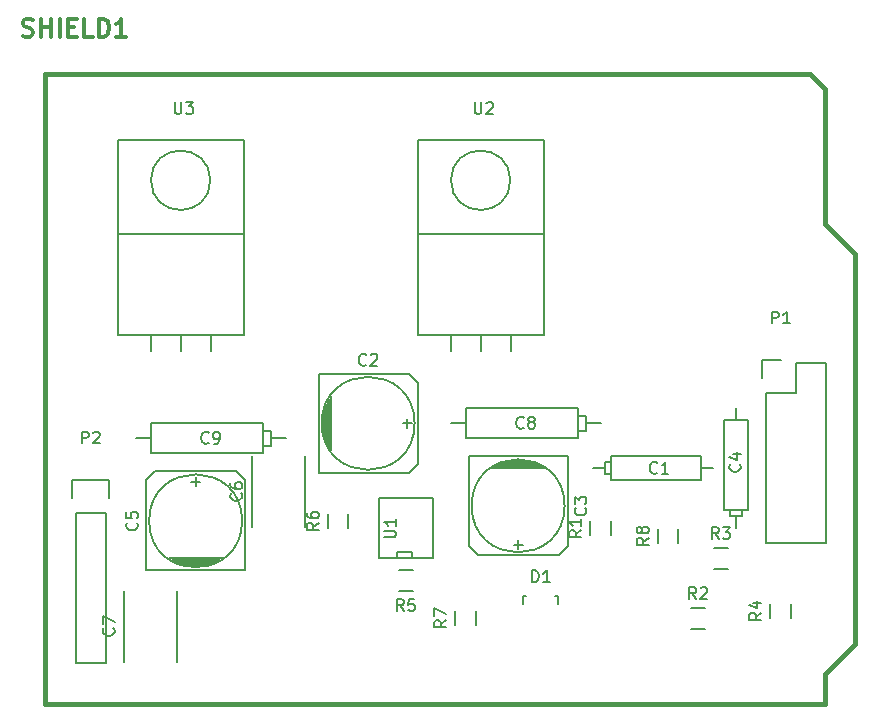
<source format=gbr>
G04 #@! TF.FileFunction,Legend,Top*
%FSLAX46Y46*%
G04 Gerber Fmt 4.6, Leading zero omitted, Abs format (unit mm)*
G04 Created by KiCad (PCBNEW 4.0.2+e4-6225~38~ubuntu15.10.1-stable) date Sat 11 Jun 2016 15:46:18 BST*
%MOMM*%
G01*
G04 APERTURE LIST*
%ADD10C,0.100000*%
%ADD11C,0.381000*%
%ADD12C,0.150000*%
%ADD13C,0.304800*%
G04 APERTURE END LIST*
D10*
D11*
X214541000Y-64364000D02*
X214541000Y-52934000D01*
X214541000Y-52934000D02*
X213271000Y-51664000D01*
X213271000Y-51664000D02*
X148501000Y-51664000D01*
X214541000Y-105004000D02*
X148501000Y-105004000D01*
X148501000Y-105004000D02*
X148501000Y-51664000D01*
X214541000Y-64364000D02*
X217081000Y-66904000D01*
X217081000Y-66904000D02*
X217081000Y-99924000D01*
X217081000Y-99924000D02*
X214541000Y-102464000D01*
X214541000Y-102464000D02*
X214541000Y-105004000D01*
D12*
X191799160Y-95869760D02*
X191750900Y-95869760D01*
X189000180Y-96570800D02*
X189000180Y-95869760D01*
X189000180Y-95869760D02*
X189249100Y-95869760D01*
X191799160Y-95869760D02*
X191999820Y-95869760D01*
X191999820Y-95869760D02*
X191999820Y-96570800D01*
X196455000Y-89570000D02*
X196455000Y-90770000D01*
X194705000Y-90770000D02*
X194705000Y-89570000D01*
X204435000Y-98665000D02*
X203235000Y-98665000D01*
X203235000Y-96915000D02*
X204435000Y-96915000D01*
X206340000Y-93585000D02*
X205140000Y-93585000D01*
X205140000Y-91835000D02*
X206340000Y-91835000D01*
X211695000Y-96555000D02*
X211695000Y-97755000D01*
X209945000Y-97755000D02*
X209945000Y-96555000D01*
X214630000Y-91440000D02*
X214630000Y-76200000D01*
X209550000Y-78740000D02*
X209550000Y-91440000D01*
X214630000Y-91440000D02*
X209550000Y-91440000D01*
X214630000Y-76200000D02*
X212090000Y-76200000D01*
X210820000Y-75920000D02*
X209270000Y-75920000D01*
X212090000Y-76200000D02*
X212090000Y-78740000D01*
X212090000Y-78740000D02*
X209550000Y-78740000D01*
X209270000Y-75920000D02*
X209270000Y-77470000D01*
X153670000Y-88900000D02*
X153670000Y-101600000D01*
X153670000Y-101600000D02*
X151130000Y-101600000D01*
X151130000Y-101600000D02*
X151130000Y-88900000D01*
X153950000Y-86080000D02*
X153950000Y-87630000D01*
X153670000Y-88900000D02*
X151130000Y-88900000D01*
X150850000Y-87630000D02*
X150850000Y-86080000D01*
X150850000Y-86080000D02*
X153950000Y-86080000D01*
X160274000Y-93345000D02*
X162306000Y-93345000D01*
X162687000Y-93218000D02*
X159893000Y-93218000D01*
X159639000Y-93091000D02*
X162941000Y-93091000D01*
X163195000Y-92964000D02*
X159385000Y-92964000D01*
X163322000Y-92837000D02*
X159258000Y-92837000D01*
X159004000Y-92710000D02*
X163576000Y-92710000D01*
X157099000Y-93726000D02*
X165481000Y-93726000D01*
X165481000Y-93726000D02*
X165481000Y-86106000D01*
X165481000Y-86106000D02*
X164719000Y-85344000D01*
X164719000Y-85344000D02*
X157861000Y-85344000D01*
X157861000Y-85344000D02*
X157099000Y-86106000D01*
X157099000Y-86106000D02*
X157099000Y-93726000D01*
X161290000Y-85852000D02*
X161290000Y-86614000D01*
X160909000Y-86233000D02*
X161671000Y-86233000D01*
X165227000Y-89535000D02*
G75*
G03X165227000Y-89535000I-3937000J0D01*
G01*
X166025000Y-90035000D02*
X166025000Y-84035000D01*
X170525000Y-84035000D02*
X170525000Y-90035000D01*
X155230000Y-101465000D02*
X155230000Y-95465000D01*
X159730000Y-95465000D02*
X159730000Y-101465000D01*
X193675000Y-82550000D02*
X193675000Y-82550000D01*
X193675000Y-82550000D02*
X193675000Y-82550000D01*
X193675000Y-82550000D02*
X193675000Y-82550000D01*
X193675000Y-82550000D02*
X184150000Y-82550000D01*
X184150000Y-82550000D02*
X184150000Y-80010000D01*
X184150000Y-80010000D02*
X193675000Y-80010000D01*
X193675000Y-80010000D02*
X193675000Y-82550000D01*
X193675000Y-81915000D02*
X193675000Y-81915000D01*
X193675000Y-81915000D02*
X194310000Y-81915000D01*
X194310000Y-81915000D02*
X194310000Y-80645000D01*
X194310000Y-80645000D02*
X193675000Y-80645000D01*
X195580000Y-81280000D02*
X195580000Y-81280000D01*
X195580000Y-81280000D02*
X194310000Y-81280000D01*
X194310000Y-81280000D02*
X194310000Y-81280000D01*
X194310000Y-81280000D02*
X194310000Y-81280000D01*
X184150000Y-81280000D02*
X184150000Y-81280000D01*
X184150000Y-81280000D02*
X184150000Y-81280000D01*
X184150000Y-81280000D02*
X182880000Y-81280000D01*
X182880000Y-81280000D02*
X182880000Y-81280000D01*
X182880000Y-81280000D02*
X182880000Y-81280000D01*
X182880000Y-81280000D02*
X182880000Y-81280000D01*
X167005000Y-83820000D02*
X167005000Y-83820000D01*
X167005000Y-83820000D02*
X167005000Y-83820000D01*
X167005000Y-83820000D02*
X167005000Y-83820000D01*
X167005000Y-83820000D02*
X157480000Y-83820000D01*
X157480000Y-83820000D02*
X157480000Y-81280000D01*
X157480000Y-81280000D02*
X167005000Y-81280000D01*
X167005000Y-81280000D02*
X167005000Y-83820000D01*
X167005000Y-83185000D02*
X167005000Y-83185000D01*
X167005000Y-83185000D02*
X167640000Y-83185000D01*
X167640000Y-83185000D02*
X167640000Y-81915000D01*
X167640000Y-81915000D02*
X167005000Y-81915000D01*
X168910000Y-82550000D02*
X168910000Y-82550000D01*
X168910000Y-82550000D02*
X167640000Y-82550000D01*
X167640000Y-82550000D02*
X167640000Y-82550000D01*
X167640000Y-82550000D02*
X167640000Y-82550000D01*
X157480000Y-82550000D02*
X157480000Y-82550000D01*
X157480000Y-82550000D02*
X157480000Y-82550000D01*
X157480000Y-82550000D02*
X156210000Y-82550000D01*
X156210000Y-82550000D02*
X156210000Y-82550000D01*
X156210000Y-82550000D02*
X156210000Y-82550000D01*
X156210000Y-82550000D02*
X156210000Y-82550000D01*
X178470000Y-93740000D02*
X179670000Y-93740000D01*
X179670000Y-95490000D02*
X178470000Y-95490000D01*
X174230000Y-88935000D02*
X174230000Y-90135000D01*
X172480000Y-90135000D02*
X172480000Y-88935000D01*
X185025000Y-97190000D02*
X185025000Y-98390000D01*
X183275000Y-98390000D02*
X183275000Y-97190000D01*
X202170000Y-90205000D02*
X202170000Y-91405000D01*
X200420000Y-91405000D02*
X200420000Y-90205000D01*
X205105000Y-85090000D02*
X204089000Y-85090000D01*
X204089000Y-85090000D02*
X204089000Y-86106000D01*
X204089000Y-86106000D02*
X196469000Y-86106000D01*
X196469000Y-86106000D02*
X196469000Y-84074000D01*
X196469000Y-84074000D02*
X204089000Y-84074000D01*
X204089000Y-84074000D02*
X204089000Y-85090000D01*
X194945000Y-85090000D02*
X195961000Y-85090000D01*
X196469000Y-85598000D02*
X195961000Y-85598000D01*
X195961000Y-85598000D02*
X195961000Y-84582000D01*
X195961000Y-84582000D02*
X196469000Y-84582000D01*
X172085000Y-80264000D02*
X172085000Y-82296000D01*
X172212000Y-82677000D02*
X172212000Y-79883000D01*
X172339000Y-79629000D02*
X172339000Y-82931000D01*
X172466000Y-83185000D02*
X172466000Y-79375000D01*
X172593000Y-83312000D02*
X172593000Y-79248000D01*
X172720000Y-78994000D02*
X172720000Y-83566000D01*
X171704000Y-77089000D02*
X171704000Y-85471000D01*
X171704000Y-85471000D02*
X179324000Y-85471000D01*
X179324000Y-85471000D02*
X180086000Y-84709000D01*
X180086000Y-84709000D02*
X180086000Y-77851000D01*
X180086000Y-77851000D02*
X179324000Y-77089000D01*
X179324000Y-77089000D02*
X171704000Y-77089000D01*
X179578000Y-81280000D02*
X178816000Y-81280000D01*
X179197000Y-80899000D02*
X179197000Y-81661000D01*
X179832000Y-81280000D02*
G75*
G03X179832000Y-81280000I-3937000J0D01*
G01*
X189611000Y-84455000D02*
X187579000Y-84455000D01*
X187198000Y-84582000D02*
X189992000Y-84582000D01*
X190246000Y-84709000D02*
X186944000Y-84709000D01*
X186690000Y-84836000D02*
X190500000Y-84836000D01*
X186563000Y-84963000D02*
X190627000Y-84963000D01*
X190881000Y-85090000D02*
X186309000Y-85090000D01*
X192786000Y-84074000D02*
X184404000Y-84074000D01*
X184404000Y-84074000D02*
X184404000Y-91694000D01*
X184404000Y-91694000D02*
X185166000Y-92456000D01*
X185166000Y-92456000D02*
X192024000Y-92456000D01*
X192024000Y-92456000D02*
X192786000Y-91694000D01*
X192786000Y-91694000D02*
X192786000Y-84074000D01*
X188595000Y-91948000D02*
X188595000Y-91186000D01*
X188976000Y-91567000D02*
X188214000Y-91567000D01*
X192532000Y-88265000D02*
G75*
G03X192532000Y-88265000I-3937000J0D01*
G01*
X207010000Y-80010000D02*
X207010000Y-81026000D01*
X207010000Y-81026000D02*
X208026000Y-81026000D01*
X208026000Y-81026000D02*
X208026000Y-88646000D01*
X208026000Y-88646000D02*
X205994000Y-88646000D01*
X205994000Y-88646000D02*
X205994000Y-81026000D01*
X205994000Y-81026000D02*
X207010000Y-81026000D01*
X207010000Y-90170000D02*
X207010000Y-89154000D01*
X207518000Y-88646000D02*
X207518000Y-89154000D01*
X207518000Y-89154000D02*
X206502000Y-89154000D01*
X206502000Y-89154000D02*
X206502000Y-88646000D01*
X176784000Y-92710000D02*
X176784000Y-87630000D01*
X176784000Y-87630000D02*
X181356000Y-87630000D01*
X181356000Y-87630000D02*
X181356000Y-92710000D01*
X181356000Y-92710000D02*
X176784000Y-92710000D01*
X178308000Y-92710000D02*
X178308000Y-92202000D01*
X178308000Y-92202000D02*
X179578000Y-92202000D01*
X179578000Y-92202000D02*
X179578000Y-92710000D01*
X182880000Y-73787000D02*
X182880000Y-75184000D01*
X185420000Y-73787000D02*
X185420000Y-75184000D01*
X187960000Y-73787000D02*
X187960000Y-75184000D01*
X187934472Y-60706000D02*
G75*
G03X187934472Y-60706000I-2514472J0D01*
G01*
X190754000Y-65278000D02*
X190754000Y-57277000D01*
X190754000Y-57277000D02*
X180086000Y-57277000D01*
X180086000Y-57277000D02*
X180086000Y-65278000D01*
X190754000Y-73787000D02*
X190754000Y-65278000D01*
X190754000Y-65278000D02*
X180086000Y-65278000D01*
X180086000Y-65278000D02*
X180086000Y-73787000D01*
X185420000Y-73787000D02*
X180086000Y-73787000D01*
X185420000Y-73787000D02*
X190754000Y-73787000D01*
X157480000Y-73787000D02*
X157480000Y-75184000D01*
X160020000Y-73787000D02*
X160020000Y-75184000D01*
X162560000Y-73787000D02*
X162560000Y-75184000D01*
X162534472Y-60706000D02*
G75*
G03X162534472Y-60706000I-2514472J0D01*
G01*
X165354000Y-65278000D02*
X165354000Y-57277000D01*
X165354000Y-57277000D02*
X154686000Y-57277000D01*
X154686000Y-57277000D02*
X154686000Y-65278000D01*
X165354000Y-73787000D02*
X165354000Y-65278000D01*
X165354000Y-65278000D02*
X154686000Y-65278000D01*
X154686000Y-65278000D02*
X154686000Y-73787000D01*
X160020000Y-73787000D02*
X154686000Y-73787000D01*
X160020000Y-73787000D02*
X165354000Y-73787000D01*
D13*
X146650429Y-48470857D02*
X146868143Y-48543429D01*
X147231000Y-48543429D01*
X147376143Y-48470857D01*
X147448714Y-48398286D01*
X147521286Y-48253143D01*
X147521286Y-48108000D01*
X147448714Y-47962857D01*
X147376143Y-47890286D01*
X147231000Y-47817714D01*
X146940714Y-47745143D01*
X146795572Y-47672571D01*
X146723000Y-47600000D01*
X146650429Y-47454857D01*
X146650429Y-47309714D01*
X146723000Y-47164571D01*
X146795572Y-47092000D01*
X146940714Y-47019429D01*
X147303572Y-47019429D01*
X147521286Y-47092000D01*
X148174429Y-48543429D02*
X148174429Y-47019429D01*
X148174429Y-47745143D02*
X149045286Y-47745143D01*
X149045286Y-48543429D02*
X149045286Y-47019429D01*
X149771000Y-48543429D02*
X149771000Y-47019429D01*
X150496714Y-47745143D02*
X151004714Y-47745143D01*
X151222428Y-48543429D02*
X150496714Y-48543429D01*
X150496714Y-47019429D01*
X151222428Y-47019429D01*
X152601285Y-48543429D02*
X151875571Y-48543429D01*
X151875571Y-47019429D01*
X153109285Y-48543429D02*
X153109285Y-47019429D01*
X153472142Y-47019429D01*
X153689857Y-47092000D01*
X153834999Y-47237143D01*
X153907571Y-47382286D01*
X153980142Y-47672571D01*
X153980142Y-47890286D01*
X153907571Y-48180571D01*
X153834999Y-48325714D01*
X153689857Y-48470857D01*
X153472142Y-48543429D01*
X153109285Y-48543429D01*
X155431571Y-48543429D02*
X154560714Y-48543429D01*
X154996142Y-48543429D02*
X154996142Y-47019429D01*
X154850999Y-47237143D01*
X154705857Y-47382286D01*
X154560714Y-47454857D01*
D12*
X189761905Y-94722381D02*
X189761905Y-93722381D01*
X190000000Y-93722381D01*
X190142858Y-93770000D01*
X190238096Y-93865238D01*
X190285715Y-93960476D01*
X190333334Y-94150952D01*
X190333334Y-94293810D01*
X190285715Y-94484286D01*
X190238096Y-94579524D01*
X190142858Y-94674762D01*
X190000000Y-94722381D01*
X189761905Y-94722381D01*
X191285715Y-94722381D02*
X190714286Y-94722381D01*
X191000000Y-94722381D02*
X191000000Y-93722381D01*
X190904762Y-93865238D01*
X190809524Y-93960476D01*
X190714286Y-94008095D01*
X193932381Y-90336666D02*
X193456190Y-90670000D01*
X193932381Y-90908095D02*
X192932381Y-90908095D01*
X192932381Y-90527142D01*
X192980000Y-90431904D01*
X193027619Y-90384285D01*
X193122857Y-90336666D01*
X193265714Y-90336666D01*
X193360952Y-90384285D01*
X193408571Y-90431904D01*
X193456190Y-90527142D01*
X193456190Y-90908095D01*
X193932381Y-89384285D02*
X193932381Y-89955714D01*
X193932381Y-89670000D02*
X192932381Y-89670000D01*
X193075238Y-89765238D01*
X193170476Y-89860476D01*
X193218095Y-89955714D01*
X203668334Y-96142381D02*
X203335000Y-95666190D01*
X203096905Y-96142381D02*
X203096905Y-95142381D01*
X203477858Y-95142381D01*
X203573096Y-95190000D01*
X203620715Y-95237619D01*
X203668334Y-95332857D01*
X203668334Y-95475714D01*
X203620715Y-95570952D01*
X203573096Y-95618571D01*
X203477858Y-95666190D01*
X203096905Y-95666190D01*
X204049286Y-95237619D02*
X204096905Y-95190000D01*
X204192143Y-95142381D01*
X204430239Y-95142381D01*
X204525477Y-95190000D01*
X204573096Y-95237619D01*
X204620715Y-95332857D01*
X204620715Y-95428095D01*
X204573096Y-95570952D01*
X204001667Y-96142381D01*
X204620715Y-96142381D01*
X205573334Y-91062381D02*
X205240000Y-90586190D01*
X205001905Y-91062381D02*
X205001905Y-90062381D01*
X205382858Y-90062381D01*
X205478096Y-90110000D01*
X205525715Y-90157619D01*
X205573334Y-90252857D01*
X205573334Y-90395714D01*
X205525715Y-90490952D01*
X205478096Y-90538571D01*
X205382858Y-90586190D01*
X205001905Y-90586190D01*
X205906667Y-90062381D02*
X206525715Y-90062381D01*
X206192381Y-90443333D01*
X206335239Y-90443333D01*
X206430477Y-90490952D01*
X206478096Y-90538571D01*
X206525715Y-90633810D01*
X206525715Y-90871905D01*
X206478096Y-90967143D01*
X206430477Y-91014762D01*
X206335239Y-91062381D01*
X206049524Y-91062381D01*
X205954286Y-91014762D01*
X205906667Y-90967143D01*
X209172381Y-97321666D02*
X208696190Y-97655000D01*
X209172381Y-97893095D02*
X208172381Y-97893095D01*
X208172381Y-97512142D01*
X208220000Y-97416904D01*
X208267619Y-97369285D01*
X208362857Y-97321666D01*
X208505714Y-97321666D01*
X208600952Y-97369285D01*
X208648571Y-97416904D01*
X208696190Y-97512142D01*
X208696190Y-97893095D01*
X208505714Y-96464523D02*
X209172381Y-96464523D01*
X208124762Y-96702619D02*
X208839048Y-96940714D01*
X208839048Y-96321666D01*
X210081905Y-72822381D02*
X210081905Y-71822381D01*
X210462858Y-71822381D01*
X210558096Y-71870000D01*
X210605715Y-71917619D01*
X210653334Y-72012857D01*
X210653334Y-72155714D01*
X210605715Y-72250952D01*
X210558096Y-72298571D01*
X210462858Y-72346190D01*
X210081905Y-72346190D01*
X211605715Y-72822381D02*
X211034286Y-72822381D01*
X211320000Y-72822381D02*
X211320000Y-71822381D01*
X211224762Y-71965238D01*
X211129524Y-72060476D01*
X211034286Y-72108095D01*
X151661905Y-82982381D02*
X151661905Y-81982381D01*
X152042858Y-81982381D01*
X152138096Y-82030000D01*
X152185715Y-82077619D01*
X152233334Y-82172857D01*
X152233334Y-82315714D01*
X152185715Y-82410952D01*
X152138096Y-82458571D01*
X152042858Y-82506190D01*
X151661905Y-82506190D01*
X152614286Y-82077619D02*
X152661905Y-82030000D01*
X152757143Y-81982381D01*
X152995239Y-81982381D01*
X153090477Y-82030000D01*
X153138096Y-82077619D01*
X153185715Y-82172857D01*
X153185715Y-82268095D01*
X153138096Y-82410952D01*
X152566667Y-82982381D01*
X153185715Y-82982381D01*
X156313143Y-89701666D02*
X156360762Y-89749285D01*
X156408381Y-89892142D01*
X156408381Y-89987380D01*
X156360762Y-90130238D01*
X156265524Y-90225476D01*
X156170286Y-90273095D01*
X155979810Y-90320714D01*
X155836952Y-90320714D01*
X155646476Y-90273095D01*
X155551238Y-90225476D01*
X155456000Y-90130238D01*
X155408381Y-89987380D01*
X155408381Y-89892142D01*
X155456000Y-89749285D01*
X155503619Y-89701666D01*
X155408381Y-88796904D02*
X155408381Y-89273095D01*
X155884571Y-89320714D01*
X155836952Y-89273095D01*
X155789333Y-89177857D01*
X155789333Y-88939761D01*
X155836952Y-88844523D01*
X155884571Y-88796904D01*
X155979810Y-88749285D01*
X156217905Y-88749285D01*
X156313143Y-88796904D01*
X156360762Y-88844523D01*
X156408381Y-88939761D01*
X156408381Y-89177857D01*
X156360762Y-89273095D01*
X156313143Y-89320714D01*
X165132143Y-87201666D02*
X165179762Y-87249285D01*
X165227381Y-87392142D01*
X165227381Y-87487380D01*
X165179762Y-87630238D01*
X165084524Y-87725476D01*
X164989286Y-87773095D01*
X164798810Y-87820714D01*
X164655952Y-87820714D01*
X164465476Y-87773095D01*
X164370238Y-87725476D01*
X164275000Y-87630238D01*
X164227381Y-87487380D01*
X164227381Y-87392142D01*
X164275000Y-87249285D01*
X164322619Y-87201666D01*
X164227381Y-86344523D02*
X164227381Y-86535000D01*
X164275000Y-86630238D01*
X164322619Y-86677857D01*
X164465476Y-86773095D01*
X164655952Y-86820714D01*
X165036905Y-86820714D01*
X165132143Y-86773095D01*
X165179762Y-86725476D01*
X165227381Y-86630238D01*
X165227381Y-86439761D01*
X165179762Y-86344523D01*
X165132143Y-86296904D01*
X165036905Y-86249285D01*
X164798810Y-86249285D01*
X164703571Y-86296904D01*
X164655952Y-86344523D01*
X164608333Y-86439761D01*
X164608333Y-86630238D01*
X164655952Y-86725476D01*
X164703571Y-86773095D01*
X164798810Y-86820714D01*
X154337143Y-98631666D02*
X154384762Y-98679285D01*
X154432381Y-98822142D01*
X154432381Y-98917380D01*
X154384762Y-99060238D01*
X154289524Y-99155476D01*
X154194286Y-99203095D01*
X154003810Y-99250714D01*
X153860952Y-99250714D01*
X153670476Y-99203095D01*
X153575238Y-99155476D01*
X153480000Y-99060238D01*
X153432381Y-98917380D01*
X153432381Y-98822142D01*
X153480000Y-98679285D01*
X153527619Y-98631666D01*
X153432381Y-98298333D02*
X153432381Y-97631666D01*
X154432381Y-98060238D01*
X189063334Y-81637143D02*
X189015715Y-81684762D01*
X188872858Y-81732381D01*
X188777620Y-81732381D01*
X188634762Y-81684762D01*
X188539524Y-81589524D01*
X188491905Y-81494286D01*
X188444286Y-81303810D01*
X188444286Y-81160952D01*
X188491905Y-80970476D01*
X188539524Y-80875238D01*
X188634762Y-80780000D01*
X188777620Y-80732381D01*
X188872858Y-80732381D01*
X189015715Y-80780000D01*
X189063334Y-80827619D01*
X189634762Y-81160952D02*
X189539524Y-81113333D01*
X189491905Y-81065714D01*
X189444286Y-80970476D01*
X189444286Y-80922857D01*
X189491905Y-80827619D01*
X189539524Y-80780000D01*
X189634762Y-80732381D01*
X189825239Y-80732381D01*
X189920477Y-80780000D01*
X189968096Y-80827619D01*
X190015715Y-80922857D01*
X190015715Y-80970476D01*
X189968096Y-81065714D01*
X189920477Y-81113333D01*
X189825239Y-81160952D01*
X189634762Y-81160952D01*
X189539524Y-81208571D01*
X189491905Y-81256190D01*
X189444286Y-81351429D01*
X189444286Y-81541905D01*
X189491905Y-81637143D01*
X189539524Y-81684762D01*
X189634762Y-81732381D01*
X189825239Y-81732381D01*
X189920477Y-81684762D01*
X189968096Y-81637143D01*
X190015715Y-81541905D01*
X190015715Y-81351429D01*
X189968096Y-81256190D01*
X189920477Y-81208571D01*
X189825239Y-81160952D01*
X162393334Y-82907143D02*
X162345715Y-82954762D01*
X162202858Y-83002381D01*
X162107620Y-83002381D01*
X161964762Y-82954762D01*
X161869524Y-82859524D01*
X161821905Y-82764286D01*
X161774286Y-82573810D01*
X161774286Y-82430952D01*
X161821905Y-82240476D01*
X161869524Y-82145238D01*
X161964762Y-82050000D01*
X162107620Y-82002381D01*
X162202858Y-82002381D01*
X162345715Y-82050000D01*
X162393334Y-82097619D01*
X162869524Y-83002381D02*
X163060000Y-83002381D01*
X163155239Y-82954762D01*
X163202858Y-82907143D01*
X163298096Y-82764286D01*
X163345715Y-82573810D01*
X163345715Y-82192857D01*
X163298096Y-82097619D01*
X163250477Y-82050000D01*
X163155239Y-82002381D01*
X162964762Y-82002381D01*
X162869524Y-82050000D01*
X162821905Y-82097619D01*
X162774286Y-82192857D01*
X162774286Y-82430952D01*
X162821905Y-82526190D01*
X162869524Y-82573810D01*
X162964762Y-82621429D01*
X163155239Y-82621429D01*
X163250477Y-82573810D01*
X163298096Y-82526190D01*
X163345715Y-82430952D01*
X178903334Y-97167381D02*
X178570000Y-96691190D01*
X178331905Y-97167381D02*
X178331905Y-96167381D01*
X178712858Y-96167381D01*
X178808096Y-96215000D01*
X178855715Y-96262619D01*
X178903334Y-96357857D01*
X178903334Y-96500714D01*
X178855715Y-96595952D01*
X178808096Y-96643571D01*
X178712858Y-96691190D01*
X178331905Y-96691190D01*
X179808096Y-96167381D02*
X179331905Y-96167381D01*
X179284286Y-96643571D01*
X179331905Y-96595952D01*
X179427143Y-96548333D01*
X179665239Y-96548333D01*
X179760477Y-96595952D01*
X179808096Y-96643571D01*
X179855715Y-96738810D01*
X179855715Y-96976905D01*
X179808096Y-97072143D01*
X179760477Y-97119762D01*
X179665239Y-97167381D01*
X179427143Y-97167381D01*
X179331905Y-97119762D01*
X179284286Y-97072143D01*
X171707381Y-89701666D02*
X171231190Y-90035000D01*
X171707381Y-90273095D02*
X170707381Y-90273095D01*
X170707381Y-89892142D01*
X170755000Y-89796904D01*
X170802619Y-89749285D01*
X170897857Y-89701666D01*
X171040714Y-89701666D01*
X171135952Y-89749285D01*
X171183571Y-89796904D01*
X171231190Y-89892142D01*
X171231190Y-90273095D01*
X170707381Y-88844523D02*
X170707381Y-89035000D01*
X170755000Y-89130238D01*
X170802619Y-89177857D01*
X170945476Y-89273095D01*
X171135952Y-89320714D01*
X171516905Y-89320714D01*
X171612143Y-89273095D01*
X171659762Y-89225476D01*
X171707381Y-89130238D01*
X171707381Y-88939761D01*
X171659762Y-88844523D01*
X171612143Y-88796904D01*
X171516905Y-88749285D01*
X171278810Y-88749285D01*
X171183571Y-88796904D01*
X171135952Y-88844523D01*
X171088333Y-88939761D01*
X171088333Y-89130238D01*
X171135952Y-89225476D01*
X171183571Y-89273095D01*
X171278810Y-89320714D01*
X182502381Y-97956666D02*
X182026190Y-98290000D01*
X182502381Y-98528095D02*
X181502381Y-98528095D01*
X181502381Y-98147142D01*
X181550000Y-98051904D01*
X181597619Y-98004285D01*
X181692857Y-97956666D01*
X181835714Y-97956666D01*
X181930952Y-98004285D01*
X181978571Y-98051904D01*
X182026190Y-98147142D01*
X182026190Y-98528095D01*
X181502381Y-97623333D02*
X181502381Y-96956666D01*
X182502381Y-97385238D01*
X199647381Y-90971666D02*
X199171190Y-91305000D01*
X199647381Y-91543095D02*
X198647381Y-91543095D01*
X198647381Y-91162142D01*
X198695000Y-91066904D01*
X198742619Y-91019285D01*
X198837857Y-90971666D01*
X198980714Y-90971666D01*
X199075952Y-91019285D01*
X199123571Y-91066904D01*
X199171190Y-91162142D01*
X199171190Y-91543095D01*
X199075952Y-90400238D02*
X199028333Y-90495476D01*
X198980714Y-90543095D01*
X198885476Y-90590714D01*
X198837857Y-90590714D01*
X198742619Y-90543095D01*
X198695000Y-90495476D01*
X198647381Y-90400238D01*
X198647381Y-90209761D01*
X198695000Y-90114523D01*
X198742619Y-90066904D01*
X198837857Y-90019285D01*
X198885476Y-90019285D01*
X198980714Y-90066904D01*
X199028333Y-90114523D01*
X199075952Y-90209761D01*
X199075952Y-90400238D01*
X199123571Y-90495476D01*
X199171190Y-90543095D01*
X199266429Y-90590714D01*
X199456905Y-90590714D01*
X199552143Y-90543095D01*
X199599762Y-90495476D01*
X199647381Y-90400238D01*
X199647381Y-90209761D01*
X199599762Y-90114523D01*
X199552143Y-90066904D01*
X199456905Y-90019285D01*
X199266429Y-90019285D01*
X199171190Y-90066904D01*
X199123571Y-90114523D01*
X199075952Y-90209761D01*
X200366334Y-85447143D02*
X200318715Y-85494762D01*
X200175858Y-85542381D01*
X200080620Y-85542381D01*
X199937762Y-85494762D01*
X199842524Y-85399524D01*
X199794905Y-85304286D01*
X199747286Y-85113810D01*
X199747286Y-84970952D01*
X199794905Y-84780476D01*
X199842524Y-84685238D01*
X199937762Y-84590000D01*
X200080620Y-84542381D01*
X200175858Y-84542381D01*
X200318715Y-84590000D01*
X200366334Y-84637619D01*
X201318715Y-85542381D02*
X200747286Y-85542381D01*
X201033000Y-85542381D02*
X201033000Y-84542381D01*
X200937762Y-84685238D01*
X200842524Y-84780476D01*
X200747286Y-84828095D01*
X175728334Y-76303143D02*
X175680715Y-76350762D01*
X175537858Y-76398381D01*
X175442620Y-76398381D01*
X175299762Y-76350762D01*
X175204524Y-76255524D01*
X175156905Y-76160286D01*
X175109286Y-75969810D01*
X175109286Y-75826952D01*
X175156905Y-75636476D01*
X175204524Y-75541238D01*
X175299762Y-75446000D01*
X175442620Y-75398381D01*
X175537858Y-75398381D01*
X175680715Y-75446000D01*
X175728334Y-75493619D01*
X176109286Y-75493619D02*
X176156905Y-75446000D01*
X176252143Y-75398381D01*
X176490239Y-75398381D01*
X176585477Y-75446000D01*
X176633096Y-75493619D01*
X176680715Y-75588857D01*
X176680715Y-75684095D01*
X176633096Y-75826952D01*
X176061667Y-76398381D01*
X176680715Y-76398381D01*
X194286143Y-88431666D02*
X194333762Y-88479285D01*
X194381381Y-88622142D01*
X194381381Y-88717380D01*
X194333762Y-88860238D01*
X194238524Y-88955476D01*
X194143286Y-89003095D01*
X193952810Y-89050714D01*
X193809952Y-89050714D01*
X193619476Y-89003095D01*
X193524238Y-88955476D01*
X193429000Y-88860238D01*
X193381381Y-88717380D01*
X193381381Y-88622142D01*
X193429000Y-88479285D01*
X193476619Y-88431666D01*
X193381381Y-88098333D02*
X193381381Y-87479285D01*
X193762333Y-87812619D01*
X193762333Y-87669761D01*
X193809952Y-87574523D01*
X193857571Y-87526904D01*
X193952810Y-87479285D01*
X194190905Y-87479285D01*
X194286143Y-87526904D01*
X194333762Y-87574523D01*
X194381381Y-87669761D01*
X194381381Y-87955476D01*
X194333762Y-88050714D01*
X194286143Y-88098333D01*
X207367143Y-84748666D02*
X207414762Y-84796285D01*
X207462381Y-84939142D01*
X207462381Y-85034380D01*
X207414762Y-85177238D01*
X207319524Y-85272476D01*
X207224286Y-85320095D01*
X207033810Y-85367714D01*
X206890952Y-85367714D01*
X206700476Y-85320095D01*
X206605238Y-85272476D01*
X206510000Y-85177238D01*
X206462381Y-85034380D01*
X206462381Y-84939142D01*
X206510000Y-84796285D01*
X206557619Y-84748666D01*
X206795714Y-83891523D02*
X207462381Y-83891523D01*
X206414762Y-84129619D02*
X207129048Y-84367714D01*
X207129048Y-83748666D01*
X177252381Y-90931905D02*
X178061905Y-90931905D01*
X178157143Y-90884286D01*
X178204762Y-90836667D01*
X178252381Y-90741429D01*
X178252381Y-90550952D01*
X178204762Y-90455714D01*
X178157143Y-90408095D01*
X178061905Y-90360476D01*
X177252381Y-90360476D01*
X178252381Y-89360476D02*
X178252381Y-89931905D01*
X178252381Y-89646191D02*
X177252381Y-89646191D01*
X177395238Y-89741429D01*
X177490476Y-89836667D01*
X177538095Y-89931905D01*
X184907015Y-54072541D02*
X184907015Y-54882065D01*
X184954634Y-54977303D01*
X185002253Y-55024922D01*
X185097491Y-55072541D01*
X185287968Y-55072541D01*
X185383206Y-55024922D01*
X185430825Y-54977303D01*
X185478444Y-54882065D01*
X185478444Y-54072541D01*
X185907015Y-54167779D02*
X185954634Y-54120160D01*
X186049872Y-54072541D01*
X186287968Y-54072541D01*
X186383206Y-54120160D01*
X186430825Y-54167779D01*
X186478444Y-54263017D01*
X186478444Y-54358255D01*
X186430825Y-54501112D01*
X185859396Y-55072541D01*
X186478444Y-55072541D01*
X159507015Y-54072541D02*
X159507015Y-54882065D01*
X159554634Y-54977303D01*
X159602253Y-55024922D01*
X159697491Y-55072541D01*
X159887968Y-55072541D01*
X159983206Y-55024922D01*
X160030825Y-54977303D01*
X160078444Y-54882065D01*
X160078444Y-54072541D01*
X160459396Y-54072541D02*
X161078444Y-54072541D01*
X160745110Y-54453493D01*
X160887968Y-54453493D01*
X160983206Y-54501112D01*
X161030825Y-54548731D01*
X161078444Y-54643970D01*
X161078444Y-54882065D01*
X161030825Y-54977303D01*
X160983206Y-55024922D01*
X160887968Y-55072541D01*
X160602253Y-55072541D01*
X160507015Y-55024922D01*
X160459396Y-54977303D01*
M02*

</source>
